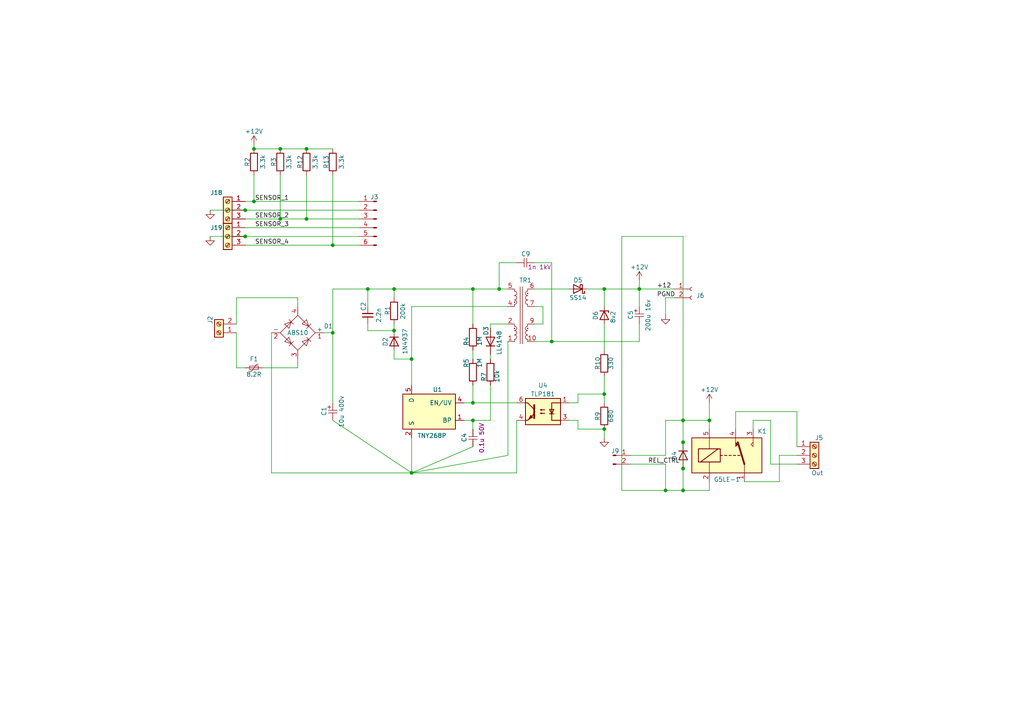
<source format=kicad_sch>
(kicad_sch (version 20230121) (generator eeschema)
  (paper "A4")
  (lib_symbols
    (symbol "Connector:Conn_01x02_Pin" (pin_names (offset 1.016) hide)
      (property "Reference" "J" (at 0 2.54 0))
      (property "Value" "Conn_01x02_Pin" (at 0 -5.08 0))
      (symbol "Conn_01x02_Pin_1_1"
        (polyline (pts (xy 1.27 -2.54) (xy 0.8636 -2.54)) (stroke (width 0.1524)))
        (polyline (pts (xy 1.27 0) (xy 0.8636 0)) (stroke (width 0.1524)))
        (rectangle (start 0.8636 -2.413) (end 0 -2.667) (stroke (width 0.1524)) (fill (type outline)))
        (rectangle (start 0.8636 0.127) (end 0 -0.127) (stroke (width 0.1524)) (fill (type outline)))
        (pin passive line (at 5.08 0 180) (length 3.81) (name "Pin_1") (number "1"))
        (pin passive line (at 5.08 -2.54 180) (length 3.81) (name "Pin_2") (number "2"))
      )
    )
    (symbol "Connector:Conn_01x02_Socket" (pin_names (offset 1.016) hide)
      (property "Reference" "J" (at 0 2.54 0))
      (property "Value" "Conn_01x02_Socket" (at 0 -5.08 0))
      (symbol "Conn_01x02_Socket_1_1"
        (arc (start 0 -2.032) (mid -0.5058 -2.54) (end 0 -3.048) (stroke (width 0.1524)))
        (polyline (pts (xy -1.27 -2.54) (xy -0.508 -2.54)) (stroke (width 0.1524)))
        (polyline (pts (xy -1.27 0) (xy -0.508 0)) (stroke (width 0.1524)))
        (arc (start 0 0.508) (mid -0.5058 0) (end 0 -0.508) (stroke (width 0.1524)))
        (pin passive line (at -5.08 0 0) (length 3.81) (name "Pin_1") (number "1"))
        (pin passive line (at -5.08 -2.54 0) (length 3.81) (name "Pin_2") (number "2"))
      )
    )
    (symbol "Connector:Conn_01x06_Pin" (pin_names (offset 1.016) hide)
      (property "Reference" "J" (at 0 7.62 0))
      (property "Value" "Conn_01x06_Pin" (at 0 -10.16 0))
      (symbol "Conn_01x06_Pin_1_1"
        (polyline (pts (xy 1.27 -7.62) (xy 0.8636 -7.62)) (stroke (width 0.1524)))
        (polyline (pts (xy 1.27 -5.08) (xy 0.8636 -5.08)) (stroke (width 0.1524)))
        (polyline (pts (xy 1.27 -2.54) (xy 0.8636 -2.54)) (stroke (width 0.1524)))
        (polyline (pts (xy 1.27 0) (xy 0.8636 0)) (stroke (width 0.1524)))
        (polyline (pts (xy 1.27 2.54) (xy 0.8636 2.54)) (stroke (width 0.1524)))
        (polyline (pts (xy 1.27 5.08) (xy 0.8636 5.08)) (stroke (width 0.1524)))
        (rectangle (start 0.8636 -7.493) (end 0 -7.747) (stroke (width 0.1524)) (fill (type outline)))
        (rectangle (start 0.8636 -4.953) (end 0 -5.207) (stroke (width 0.1524)) (fill (type outline)))
        (rectangle (start 0.8636 -2.413) (end 0 -2.667) (stroke (width 0.1524)) (fill (type outline)))
        (rectangle (start 0.8636 0.127) (end 0 -0.127) (stroke (width 0.1524)) (fill (type outline)))
        (rectangle (start 0.8636 2.667) (end 0 2.413) (stroke (width 0.1524)) (fill (type outline)))
        (rectangle (start 0.8636 5.207) (end 0 4.953) (stroke (width 0.1524)) (fill (type outline)))
        (pin passive line (at 5.08 5.08 180) (length 3.81) (name "Pin_1") (number "1"))
        (pin passive line (at 5.08 2.54 180) (length 3.81) (name "Pin_2") (number "2"))
        (pin passive line (at 5.08 0 180) (length 3.81) (name "Pin_3") (number "3"))
        (pin passive line (at 5.08 -2.54 180) (length 3.81) (name "Pin_4") (number "4"))
        (pin passive line (at 5.08 -5.08 180) (length 3.81) (name "Pin_5") (number "5"))
        (pin passive line (at 5.08 -7.62 180) (length 3.81) (name "Pin_6") (number "6"))
      )
    )
    (symbol "Connector:Screw_Terminal_01x02" (pin_names (offset 1.016) hide)
      (property "Reference" "J" (at 0 2.54 0))
      (property "Value" "Screw_Terminal_01x02" (at 0 -5.08 0))
      (symbol "Screw_Terminal_01x02_1_1"
        (rectangle (start -1.27 1.27) (end 1.27 -3.81) (stroke (width 0.254)) (fill (type background)))
        (circle (center 0 -2.54) (radius 0.635) (stroke (width 0.1524)))
        (polyline (pts (xy -0.5334 -2.2098) (xy 0.3302 -3.048)) (stroke (width 0.1524)))
        (polyline (pts (xy -0.5334 0.3302) (xy 0.3302 -0.508)) (stroke (width 0.1524)))
        (polyline (pts (xy -0.3556 -2.032) (xy 0.508 -2.8702)) (stroke (width 0.1524)))
        (polyline (pts (xy -0.3556 0.508) (xy 0.508 -0.3302)) (stroke (width 0.1524)))
        (circle (center 0 0) (radius 0.635) (stroke (width 0.1524)))
        (pin passive line (at -5.08 0 0) (length 3.81) (name "Pin_1") (number "1"))
        (pin passive line (at -5.08 -2.54 0) (length 3.81) (name "Pin_2") (number "2"))
      )
    )
    (symbol "Connector:Screw_Terminal_01x03" (pin_names (offset 1.016) hide)
      (property "Reference" "J" (at 0 5.08 0))
      (property "Value" "Screw_Terminal_01x03" (at 0 -5.08 0))
      (symbol "Screw_Terminal_01x03_1_1"
        (rectangle (start -1.27 3.81) (end 1.27 -3.81) (stroke (width 0.254)) (fill (type background)))
        (circle (center 0 -2.54) (radius 0.635) (stroke (width 0.1524)))
        (polyline (pts (xy -0.5334 -2.2098) (xy 0.3302 -3.048)) (stroke (width 0.1524)))
        (polyline (pts (xy -0.5334 0.3302) (xy 0.3302 -0.508)) (stroke (width 0.1524)))
        (polyline (pts (xy -0.5334 2.8702) (xy 0.3302 2.032)) (stroke (width 0.1524)))
        (polyline (pts (xy -0.3556 -2.032) (xy 0.508 -2.8702)) (stroke (width 0.1524)))
        (polyline (pts (xy -0.3556 0.508) (xy 0.508 -0.3302)) (stroke (width 0.1524)))
        (polyline (pts (xy -0.3556 3.048) (xy 0.508 2.2098)) (stroke (width 0.1524)))
        (circle (center 0 0) (radius 0.635) (stroke (width 0.1524)))
        (circle (center 0 2.54) (radius 0.635) (stroke (width 0.1524)))
        (pin passive line (at -5.08 2.54 0) (length 3.81) (name "Pin_1") (number "1"))
        (pin passive line (at -5.08 0 0) (length 3.81) (name "Pin_2") (number "2"))
        (pin passive line (at -5.08 -2.54 0) (length 3.81) (name "Pin_3") (number "3"))
      )
    )
    (symbol "Device:C_Small" (pin_numbers hide) (pin_names (offset 0.254) hide)
      (property "Reference" "C" (at 0.254 1.778 0))
      (property "Value" "C_Small" (at 0.254 -2.032 0))
      (symbol "C_Small_0_1"
        (polyline (pts (xy -1.524 -0.508) (xy 1.524 -0.508)) (stroke (width 0.3302)))
        (polyline (pts (xy -1.524 0.508) (xy 1.524 0.508)) (stroke (width 0.3048)))
      )
      (symbol "C_Small_1_1"
        (pin passive line (at 0 2.54 270) (length 2.032) (name "~") (number "1"))
        (pin passive line (at 0 -2.54 90) (length 2.032) (name "~") (number "2"))
      )
    )
    (symbol "Device:D_Zener" (pin_numbers hide) (pin_names (offset 1.016) hide)
      (property "Reference" "D6" (at -0.635 2.54 90))
      (property "Value" "D_Zener" (at 1.905 2.54 90))
      (symbol "D_Zener_0_1"
        (polyline (pts (xy 2.54 0) (xy -2.54 0)))
        (polyline (pts (xy -1.27 -1.27) (xy -1.27 1.27) (xy -0.762 1.27)) (stroke (width 0.254)))
        (polyline (pts (xy 1.27 -1.27) (xy 1.27 1.27) (xy -1.27 0) (xy 1.27 -1.27)) (stroke (width 0.254)))
      )
      (symbol "D_Zener_1_1"
        (pin passive line (at -2.54 0 0) (length 0.635) (name "K") (number "1"))
        (pin passive line (at 2.54 0 180) (length 0.635) (name "A") (number "2"))
      )
    )
    (symbol "Device:Polyfuse_Small" (pin_numbers hide) (pin_names (offset 0))
      (property "Reference" "F" (at -1.905 0 90))
      (property "Value" "Polyfuse_Small" (at 1.905 0 90))
      (symbol "Polyfuse_Small_0_1"
        (rectangle (start -0.508 1.27) (end 0.508 -1.27))
        (polyline (pts (xy 0 2.54) (xy 0 -2.54)))
        (polyline (pts (xy -1.016 1.27) (xy -1.016 0.762) (xy 1.016 -0.762) (xy 1.016 -1.27)))
      )
      (symbol "Polyfuse_Small_1_1"
        (pin passive line (at 0 2.54 270) (length 0.635) (name "~") (number "1"))
        (pin passive line (at 0 -2.54 90) (length 0.635) (name "~") (number "2"))
      )
    )
    (symbol "Device:R" (pin_numbers hide) (pin_names (offset 0))
      (property "Reference" "R" (at 2.032 0 90))
      (property "Value" "R" (at 0 0 90))
      (symbol "R_0_1"
        (rectangle (start -1.016 -2.54) (end 1.016 2.54) (stroke (width 0.254)))
      )
      (symbol "R_1_1"
        (pin passive line (at 0 3.81 270) (length 1.27) (name "~") (number "1"))
        (pin passive line (at 0 -3.81 90) (length 1.27) (name "~") (number "2"))
      )
    )
    (symbol "Diode:LL4148" (pin_numbers hide) (pin_names hide)
      (property "Reference" "D" (at 0 2.54 0))
      (property "Value" "LL4148" (at 0 -2.54 0))
      (symbol "LL4148_0_1"
        (polyline (pts (xy -1.27 1.27) (xy -1.27 -1.27)) (stroke (width 0.254)))
        (polyline (pts (xy 1.27 0) (xy -1.27 0)))
        (polyline (pts (xy 1.27 1.27) (xy 1.27 -1.27) (xy -1.27 0) (xy 1.27 1.27)) (stroke (width 0.254)))
      )
      (symbol "LL4148_1_1"
        (pin passive line (at -3.81 0 0) (length 2.54) (name "K") (number "1"))
        (pin passive line (at 3.81 0 180) (length 2.54) (name "A") (number "2"))
      )
    )
    (symbol "Diode:MMSD4148" (pin_numbers hide) (pin_names hide)
      (property "Reference" "D" (at 0 2.54 0))
      (property "Value" "MMSD4148" (at 0 -2.54 0))
      (symbol "MMSD4148_0_1"
        (polyline (pts (xy -1.27 1.27) (xy -1.27 -1.27)) (stroke (width 0.254)))
        (polyline (pts (xy 1.27 0) (xy -1.27 0)))
        (polyline (pts (xy 1.27 1.27) (xy 1.27 -1.27) (xy -1.27 0) (xy 1.27 1.27)) (stroke (width 0.254)))
      )
      (symbol "MMSD4148_1_1"
        (pin passive line (at -3.81 0 0) (length 2.54) (name "K") (number "1"))
        (pin passive line (at 3.81 0 180) (length 2.54) (name "A") (number "2"))
      )
    )
    (symbol "Diode_Bridge:ABS10" (pin_names (offset 0))
      (property "Reference" "D" (at 2.54 6.985 0))
      (property "Value" "ABS10" (at 2.54 5.08 0))
      (symbol "ABS10_0_1"
        (polyline (pts (xy -2.54 3.81) (xy -1.27 2.54)))
        (polyline (pts (xy -1.27 -2.54) (xy -2.54 -3.81)))
        (polyline (pts (xy 2.54 -1.27) (xy 3.81 -2.54)))
        (polyline (pts (xy 2.54 1.27) (xy 3.81 2.54)))
        (polyline (pts (xy -3.81 2.54) (xy -2.54 1.27) (xy -1.905 3.175) (xy -3.81 2.54)))
        (polyline (pts (xy -2.54 -1.27) (xy -3.81 -2.54) (xy -1.905 -3.175) (xy -2.54 -1.27)))
        (polyline (pts (xy 1.27 2.54) (xy 2.54 3.81) (xy 3.175 1.905) (xy 1.27 2.54)))
        (polyline (pts (xy 3.175 -1.905) (xy 1.27 -2.54) (xy 2.54 -3.81) (xy 3.175 -1.905)))
        (polyline (pts (xy -5.08 0) (xy 0 -5.08) (xy 5.08 0) (xy 0 5.08) (xy -5.08 0)))
      )
      (symbol "ABS10_1_1"
        (pin passive line (at 7.62 0 180) (length 2.54) (name "+") (number "1"))
        (pin passive line (at -7.62 0 0) (length 2.54) (name "-") (number "2"))
        (pin passive line (at 0 -7.62 90) (length 2.54) (name "~") (number "3"))
        (pin passive line (at 0 7.62 270) (length 2.54) (name "~") (number "4"))
      )
    )
    (symbol "Isolator:TLP185"
      (property "Reference" "U" (at -5.08 5.08 0))
      (property "Value" "TLP185" (at -5.08 -5.08 0))
      (symbol "TLP185_0_1"
        (rectangle (start -5.08 3.81) (end 5.08 -3.81) (stroke (width 0.254)) (fill (type background)))
        (polyline (pts (xy -3.175 -0.635) (xy -1.905 -0.635)) (stroke (width 0.254)))
        (polyline (pts (xy 2.54 1.905) (xy 2.54 -1.905) (xy 2.54 -1.905)) (stroke (width 0.508)))
        (polyline (pts (xy 5.08 -2.54) (xy 4.445 -2.54) (xy 2.54 -0.635)) (stroke (width 0.254)))
        (polyline (pts (xy 5.08 2.54) (xy 4.445 2.54) (xy 2.54 0.635)) (stroke (width 0.254)))
        (polyline (pts (xy -5.08 -2.54) (xy -2.54 -2.54) (xy -2.54 2.54) (xy -5.08 2.54)) (stroke (width 0.254)))
        (polyline (pts (xy -2.54 -0.635) (xy -3.175 0.635) (xy -1.905 0.635) (xy -2.54 -0.635)) (stroke (width 0.254)))
        (polyline (pts (xy -0.508 -0.508) (xy 0.762 -0.508) (xy 0.381 -0.635) (xy 0.381 -0.381) (xy 0.762 -0.508)) (stroke (width 0.254)))
        (polyline (pts (xy -0.508 0.508) (xy 0.762 0.508) (xy 0.381 0.381) (xy 0.381 0.635) (xy 0.762 0.508)) (stroke (width 0.254)))
        (polyline (pts (xy 3.048 -1.651) (xy 3.556 -1.143) (xy 4.064 -2.159) (xy 3.048 -1.651) (xy 3.048 -1.651)) (stroke (width 0.254)) (fill (type outline)))
      )
      (symbol "TLP185_1_1"
        (pin passive line (at -7.62 2.54 0) (length 2.54) (name "~") (number "1"))
        (pin passive line (at -7.62 -2.54 0) (length 2.54) (name "~") (number "3"))
        (pin passive line (at 7.62 -2.54 180) (length 2.54) (name "~") (number "4"))
        (pin passive line (at 7.62 2.54 180) (length 2.54) (name "~") (number "6"))
      )
    )
    (symbol "Regulator_Switching:TNY268P" (pin_names (offset 1.016))
      (property "Reference" "U" (at 0 8.89 0))
      (property "Value" "TNY268P" (at 0 6.35 0))
      (symbol "TNY268P_0_1"
        (rectangle (start -7.62 5.08) (end 7.62 -5.08) (stroke (width 0.254)) (fill (type background)))
      )
      (symbol "TNY268P_1_1"
        (pin input line (at 10.16 -2.54 180) (length 2.54) (name "BP") (number "1"))
        (pin power_in line (at -5.08 -7.62 90) (length 2.54) (name "S") (number "2"))
        (pin passive line (at -5.08 -7.62 90) (length 2.54) hide (name "S") (number "3"))
        (pin input line (at 10.16 2.54 180) (length 2.54) (name "EN/UV") (number "4"))
        (pin open_collector line (at -5.08 7.62 270) (length 2.54) (name "D") (number "5"))
        (pin passive line (at -5.08 -7.62 90) (length 2.54) hide (name "S") (number "7"))
        (pin passive line (at -5.08 -7.62 90) (length 2.54) hide (name "S") (number "8"))
      )
    )
    (symbol "Relay:G5LE-1"
      (property "Reference" "K" (at 11.43 3.81 0))
      (property "Value" "G5LE-1" (at 11.43 1.27 0))
      (symbol "G5LE-1_0_0"
        (polyline (pts (xy 7.62 5.08) (xy 7.62 2.54) (xy 6.985 3.175) (xy 7.62 3.81)))
      )
      (symbol "G5LE-1_0_1"
        (rectangle (start -10.16 5.08) (end 10.16 -5.08) (stroke (width 0.254)) (fill (type background)))
        (rectangle (start -8.255 1.905) (end -1.905 -1.905) (stroke (width 0.254)))
        (polyline (pts (xy -7.62 -1.905) (xy -2.54 1.905)) (stroke (width 0.254)))
        (polyline (pts (xy -5.08 -5.08) (xy -5.08 -1.905)))
        (polyline (pts (xy -5.08 5.08) (xy -5.08 1.905)))
        (polyline (pts (xy -1.905 0) (xy -1.27 0)) (stroke (width 0.254)))
        (polyline (pts (xy -0.635 0) (xy 0 0)) (stroke (width 0.254)))
        (polyline (pts (xy 0.635 0) (xy 1.27 0)) (stroke (width 0.254)))
        (polyline (pts (xy 1.905 0) (xy 2.54 0)) (stroke (width 0.254)))
        (polyline (pts (xy 3.175 0) (xy 3.81 0)) (stroke (width 0.254)))
        (polyline (pts (xy 5.08 -2.54) (xy 3.175 3.81)) (stroke (width 0.508)))
        (polyline (pts (xy 5.08 -2.54) (xy 5.08 -5.08)))
        (polyline (pts (xy 2.54 5.08) (xy 2.54 2.54) (xy 3.175 3.175) (xy 2.54 3.81)) (fill (type outline)))
      )
      (symbol "G5LE-1_1_1"
        (pin passive line (at 5.08 -7.62 90) (length 2.54) (name "~") (number "1"))
        (pin passive line (at -5.08 -7.62 90) (length 2.54) (name "~") (number "2"))
        (pin passive line (at 7.62 7.62 270) (length 2.54) (name "~") (number "3"))
        (pin passive line (at 2.54 7.62 270) (length 2.54) (name "~") (number "4"))
        (pin passive line (at -5.08 7.62 270) (length 2.54) (name "~") (number "5"))
      )
    )
    (symbol "power:+12V" (power) (pin_names (offset 0))
      (property "Value" "+12V" (at 0 3.556 0))
      (symbol "+12V_0_1"
        (polyline (pts (xy -0.762 1.27) (xy 0 2.54)))
        (polyline (pts (xy 0 0) (xy 0 2.54)))
        (polyline (pts (xy 0 2.54) (xy 0.762 1.27)))
      )
      (symbol "+12V_1_1"
        (pin power_in line (at 0 0 90) (length 0) hide (name "+12V") (number "1"))
      )
    )
    (symbol "power:GND" (power) (pin_names (offset 0))
      (property "Value" "GND" (at 0 -3.81 0))
      (symbol "GND_0_1"
        (polyline (pts (xy 0 0) (xy 0 -1.27) (xy 1.27 -1.27) (xy 0 -2.54) (xy -1.27 -1.27) (xy 0 -1.27)))
      )
      (symbol "GND_1_1"
        (pin power_in line (at 0 0 270) (length 0) hide (name "GND") (number "1"))
      )
    )
    (symbol "stopwater:1N4937" (pin_numbers hide) (pin_names hide)
      (property "Reference" "D3" (at 0 -5.08 0))
      (property "Value" "1N4007" (at 0 -2.54 0))
      (symbol "1N4937_0_1"
        (polyline (pts (xy -1.27 1.27) (xy -1.27 -1.27)) (stroke (width 0.254)))
        (polyline (pts (xy 1.27 0) (xy -1.27 0)))
        (polyline (pts (xy 1.27 1.27) (xy 1.27 -1.27) (xy -1.27 0) (xy 1.27 1.27)) (stroke (width 0.254)))
      )
      (symbol "1N4937_1_1"
        (pin passive line (at -2.54 0 0) (length 2.54) (name "K") (number "1"))
        (pin passive line (at 2.54 0 180) (length 2.54) (name "A") (number "2"))
      )
    )
    (symbol "stopwater:1N5819" (pin_numbers hide) (pin_names hide)
      (property "Reference" "D4" (at -0.3175 -5.08 0))
      (property "Value" "1N5819" (at -0.3175 -2.54 0))
      (symbol "1N5819_0_1"
        (polyline (pts (xy 1.27 0) (xy -1.27 0)))
        (polyline (pts (xy 1.27 1.27) (xy 1.27 -1.27) (xy -1.27 0) (xy 1.27 1.27)) (stroke (width 0.254)))
        (polyline (pts (xy -1.905 0.635) (xy -1.905 1.27) (xy -1.27 1.27) (xy -1.27 -1.27) (xy -0.635 -1.27) (xy -0.635 -0.635)) (stroke (width 0.254)))
      )
      (symbol "1N5819_1_1"
        (pin passive line (at -2.54 0 0) (length 2.54) (name "K") (number "1"))
        (pin passive line (at 2.54 0 180) (length 2.54) (name "A") (number "2"))
      )
    )
    (symbol "stopwater:C" (pin_numbers hide) (pin_names (offset 0.254) hide)
      (property "Reference" "C8" (at -2.54 -1.27 90))
      (property "Value_1" "0.1u" (at 2.54 0 90))
      (symbol "C_0_1"
        (polyline (pts (xy -1.27 0.381) (xy 1.27 0.381)))
        (polyline (pts (xy 0 -0.381) (xy 0 -0.635)))
        (polyline (pts (xy 0 0.381) (xy 0 0.635)))
        (polyline (pts (xy 1.27 -0.381) (xy -1.27 -0.381)))
      )
      (symbol "C_1_1"
        (pin passive line (at 0 2.54 270) (length 1.8542) (name "plus") (number "1"))
        (pin passive line (at 0 -2.54 90) (length 1.8542) (name "minus") (number "2"))
      )
    )
    (symbol "stopwater:C_Polarized_Small" (pin_numbers hide) (pin_names (offset 0.254) hide)
      (property "Reference" "C7" (at 2.54 1.1811 0))
      (property "Value" "C_Polarized_Small" (at 2.54 -1.3589 0))
      (symbol "C_Polarized_Small_0_1"
        (polyline (pts (xy -1.27 0.381) (xy 1.27 0.381)))
        (polyline (pts (xy 0 -0.381) (xy 0 -0.635)))
        (polyline (pts (xy 0 0.381) (xy 0 0.635)))
        (polyline (pts (xy 1.27 -0.381) (xy -1.27 -0.381)))
      )
      (symbol "C_Polarized_Small_1_1"
        (text "+" (at -1.016 1.397 0) (effects (font (size 1.27 1.27))))
        (pin passive line (at 0 2.54 270) (length 1.8542) (name "plus") (number "1"))
        (pin passive line (at 0 -2.54 90) (length 1.8542) (name "minus") (number "2"))
      )
    )
    (symbol "stopwater:FAT_74082"
      (property "Reference" "TR1" (at -2.54 17.78 0))
      (symbol "FAT_74082_0_1"
        (circle (center -5.715 3.81) (radius 0.127))
        (circle (center -5.715 11.43) (radius 0.127))
        (circle (center -1.905 3.81) (radius 0.127))
        (circle (center -1.905 13.97) (radius 0.127))
      )
      (symbol "FAT_74082_1_1"
        (arc (start -5.6991 0.635) (mid -5.0798 1.27) (end -5.6991 1.905))
        (arc (start -5.699 3.175) (mid -5.0798 3.81) (end -5.699 4.445))
        (arc (start -5.6991 10.795) (mid -5.0798 11.43) (end -5.6991 12.065))
        (arc (start -5.699 13.335) (mid -5.0798 13.97) (end -5.699 14.605))
        (arc (start -5.6831 1.905) (mid -5.0639 2.54) (end -5.6831 3.175))
        (arc (start -5.6831 12.065) (mid -5.0639 12.7) (end -5.6831 13.335))
        (arc (start -1.9209 1.905) (mid -2.5402 1.27) (end -1.9209 0.635))
        (arc (start -1.921 3.175) (mid -2.5402 2.54) (end -1.921 1.905))
        (arc (start -1.921 4.445) (mid -2.5402 3.81) (end -1.921 3.175))
        (arc (start -1.9209 12.065) (mid -2.5402 11.43) (end -1.9209 10.795))
        (arc (start -1.921 13.335) (mid -2.5402 12.7) (end -1.921 12.065))
        (arc (start -1.921 14.605) (mid -2.5402 13.97) (end -1.921 13.335))
        (polyline (pts (xy -4.064 15.875) (xy -4.064 -0.635)))
        (polyline (pts (xy -3.429 -0.635) (xy -3.429 15.875)))
        (polyline (pts (xy -6.35 5.08) (xy -5.715 5.08) (xy -5.715 4.445)))
        (polyline (pts (xy -6.35 15.24) (xy -5.715 15.24) (xy -5.715 14.605)))
        (polyline (pts (xy -5.715 0.635) (xy -5.715 0) (xy -6.35 0)))
        (polyline (pts (xy -5.715 10.795) (xy -5.715 10.16) (xy -6.35 10.16)))
        (polyline (pts (xy -1.905 0.635) (xy -1.905 0) (xy -1.27 0)))
        (polyline (pts (xy -1.905 4.445) (xy -1.905 5.08) (xy -1.27 5.08)))
        (polyline (pts (xy -1.905 10.795) (xy -1.905 10.16) (xy -1.27 10.16)))
        (polyline (pts (xy -1.905 14.605) (xy -1.905 15.24) (xy -1.27 15.24)))
        (pin passive line (at -7.62 0 0) (length 1.27) (name "~") (number "1"))
        (pin passive line (at 0 0 180) (length 1.27) (name "~") (number "10"))
        (pin passive line (at -7.62 5.08 0) (length 1.27) (name "~") (number "2"))
        (pin passive line (at -7.62 10.16 0) (length 1.27) (name "~") (number "4"))
        (pin passive line (at -7.62 15.24 0) (length 1.27) (name "~") (number "5"))
        (pin passive line (at 0 15.24 180) (length 1.27) (name "~") (number "6"))
        (pin passive line (at 0 10.16 180) (length 1.27) (name "~") (number "7"))
        (pin no_connect line (at 0 7.62 180) (length 2.54) hide (name "~") (number "8"))
        (pin passive line (at 0 5.08 180) (length 1.27) (name "~") (number "9"))
      )
    )
  )
  (junction (at 198.12 128.27))
  (junction (at 119.38 137.16))
  (junction (at 81.28 43.18))
  (junction (at 96.52 71.12))
  (junction (at 137.16 116.84))
  (junction (at 175.26 124.46))
  (junction (at 198.12 121.92))
  (junction (at 137.16 83.82))
  (junction (at 88.9 63.5))
  (junction (at 175.26 83.82))
  (junction (at 175.26 114.3))
  (junction (at 137.16 121.92))
  (junction (at 73.66 43.18))
  (junction (at 198.12 142.24))
  (junction (at 114.3 95.885))
  (junction (at 106.68 83.82))
  (junction (at 160.02 99.06))
  (junction (at 119.38 104.14))
  (junction (at 88.9 43.18))
  (junction (at 193.04 142.24))
  (junction (at 144.78 83.82))
  (junction (at 96.52 96.52))
  (junction (at 73.66 58.42))
  (junction (at 71.12 60.96))
  (junction (at 205.74 121.92))
  (junction (at 198.12 135.89))
  (junction (at 81.28 63.5))
  (junction (at 71.12 68.58))
  (junction (at 114.3 83.82))
  (junction (at 185.42 83.82))
  (wire (pts (xy 198.12 135.89) (xy 198.12 128.27)))
  (wire (pts (xy 119.38 137.16) (xy 119.38 127)))
  (wire (pts (xy 106.68 93.98) (xy 106.68 95.885)))
  (wire (pts (xy 198.12 68.58) (xy 180.34 68.58)))
  (wire (pts (xy 106.68 88.9) (xy 106.68 83.82)))
  (wire (pts (xy 175.26 93.98) (xy 175.26 101.6)))
  (wire (pts (xy 137.16 83.82) (xy 137.16 93.98)))
  (wire (pts (xy 104.14 71.12) (xy 96.52 71.12)))
  (wire (pts (xy 144.78 83.82) (xy 147.32 83.82)))
  (wire (pts (xy 182.88 132.08) (xy 193.04 132.08)))
  (wire (pts (xy 231.14 132.08) (xy 226.06 132.08)))
  (wire (pts (xy 198.12 121.92) (xy 198.12 128.27)))
  (wire (pts (xy 134.62 116.84) (xy 137.16 116.84)))
  (wire (pts (xy 119.38 137.16) (xy 149.86 137.16)))
  (wire (pts (xy 231.14 129.54) (xy 231.14 119.38)))
  (wire (pts (xy 160.02 99.06) (xy 185.42 99.06)))
  (wire (pts (xy 175.26 124.46) (xy 167.64 124.46)))
  (wire (pts (xy 157.48 93.98) (xy 157.48 88.9)))
  (wire (pts (xy 142.24 102.87) (xy 142.24 104.14)))
  (wire (pts (xy 218.44 121.92) (xy 223.52 121.92)))
  (wire (pts (xy 149.86 121.92) (xy 149.86 137.16)))
  (wire (pts (xy 218.44 121.92) (xy 218.44 124.46)))
  (wire (pts (xy 142.24 111.76) (xy 142.24 121.92)))
  (wire (pts (xy 137.16 101.6) (xy 137.16 104.14)))
  (wire (pts (xy 81.28 50.8) (xy 81.28 63.5)))
  (wire (pts (xy 114.3 83.82) (xy 137.16 83.82)))
  (wire (pts (xy 154.94 93.98) (xy 157.48 93.98)))
  (wire (pts (xy 142.24 93.98) (xy 147.32 93.98)))
  (wire (pts (xy 134.62 121.92) (xy 137.16 121.92)))
  (wire (pts (xy 137.16 121.92) (xy 137.16 124.46)))
  (wire (pts (xy 193.04 142.24) (xy 198.12 142.24)))
  (wire (pts (xy 81.28 63.5) (xy 71.12 63.5)))
  (wire (pts (xy 198.12 121.92) (xy 198.12 68.58)))
  (wire (pts (xy 96.52 121.92) (xy 119.38 137.16)))
  (wire (pts (xy 114.3 96.52) (xy 114.3 95.885)))
  (wire (pts (xy 167.64 116.84) (xy 165.1 116.84)))
  (wire (pts (xy 154.94 99.06) (xy 160.02 99.06)))
  (wire (pts (xy 193.04 121.92) (xy 193.04 132.08)))
  (wire (pts (xy 170.18 83.82) (xy 175.26 83.82)))
  (wire (pts (xy 175.26 114.3) (xy 167.64 114.3)))
  (wire (pts (xy 226.06 132.08) (xy 226.06 139.7)))
  (wire (pts (xy 223.52 134.62) (xy 231.14 134.62)))
  (wire (pts (xy 195.58 86.36) (xy 193.04 86.36)))
  (wire (pts (xy 96.52 96.52) (xy 93.98 96.52)))
  (wire (pts (xy 96.52 83.82) (xy 106.68 83.82)))
  (wire (pts (xy 142.24 93.98) (xy 142.24 95.25)))
  (wire (pts (xy 175.26 116.84) (xy 175.26 114.3)))
  (wire (pts (xy 175.26 88.9) (xy 175.26 83.82)))
  (wire (pts (xy 88.9 43.18) (xy 96.52 43.18)))
  (wire (pts (xy 60.96 68.58) (xy 71.12 68.58)))
  (wire (pts (xy 154.94 83.82) (xy 165.1 83.82)))
  (wire (pts (xy 106.68 95.885) (xy 114.3 95.885)))
  (wire (pts (xy 144.78 76.2) (xy 144.78 83.82)))
  (wire (pts (xy 73.66 50.8) (xy 73.66 58.42)))
  (wire (pts (xy 205.74 121.92) (xy 198.12 121.92)))
  (wire (pts (xy 175.26 83.82) (xy 185.42 83.82)))
  (wire (pts (xy 119.38 88.9) (xy 119.38 104.14)))
  (wire (pts (xy 137.16 111.76) (xy 137.16 116.84)))
  (wire (pts (xy 185.42 83.82) (xy 185.42 88.9)))
  (wire (pts (xy 205.74 124.46) (xy 205.74 121.92)))
  (wire (pts (xy 231.14 119.38) (xy 213.36 119.38)))
  (wire (pts (xy 114.3 95.885) (xy 114.3 93.98)))
  (wire (pts (xy 198.12 135.89) (xy 198.12 142.24)))
  (wire (pts (xy 86.36 106.68) (xy 76.2 106.68)))
  (wire (pts (xy 73.66 58.42) (xy 71.12 58.42)))
  (wire (pts (xy 195.58 83.82) (xy 185.42 83.82)))
  (wire (pts (xy 68.58 106.68) (xy 68.58 96.52)))
  (wire (pts (xy 96.52 96.52) (xy 96.52 83.82)))
  (wire (pts (xy 119.38 137.16) (xy 137.16 129.54)))
  (wire (pts (xy 154.94 88.9) (xy 157.48 88.9)))
  (wire (pts (xy 96.52 50.8) (xy 96.52 71.12)))
  (wire (pts (xy 96.52 71.12) (xy 71.12 71.12)))
  (wire (pts (xy 149.86 76.2) (xy 144.78 76.2)))
  (wire (pts (xy 86.36 104.14) (xy 86.36 106.68)))
  (wire (pts (xy 78.74 137.16) (xy 119.38 137.16)))
  (wire (pts (xy 114.3 101.6) (xy 114.3 104.14)))
  (wire (pts (xy 73.66 43.18) (xy 81.28 43.18)))
  (wire (pts (xy 147.32 99.06) (xy 147.32 132.08)))
  (wire (pts (xy 205.74 139.7) (xy 205.74 142.24)))
  (wire (pts (xy 71.12 106.68) (xy 68.58 106.68)))
  (wire (pts (xy 104.14 60.96) (xy 71.12 60.96)))
  (wire (pts (xy 137.16 83.82) (xy 144.78 83.82)))
  (wire (pts (xy 81.28 43.18) (xy 88.9 43.18)))
  (wire (pts (xy 205.74 116.84) (xy 205.74 121.92)))
  (wire (pts (xy 167.64 124.46) (xy 167.64 121.92)))
  (wire (pts (xy 193.04 121.92) (xy 198.12 121.92)))
  (wire (pts (xy 185.42 81.28) (xy 185.42 83.82)))
  (wire (pts (xy 78.74 96.52) (xy 78.74 137.16)))
  (wire (pts (xy 223.52 121.92) (xy 223.52 134.62)))
  (wire (pts (xy 147.32 88.9) (xy 119.38 88.9)))
  (wire (pts (xy 160.02 76.2) (xy 160.02 99.06)))
  (wire (pts (xy 104.14 66.04) (xy 71.12 66.04)))
  (wire (pts (xy 142.24 121.92) (xy 137.16 121.92)))
  (wire (pts (xy 167.64 114.3) (xy 167.64 116.84)))
  (wire (pts (xy 198.12 142.24) (xy 205.74 142.24)))
  (wire (pts (xy 86.36 88.9) (xy 86.36 86.36)))
  (wire (pts (xy 114.3 83.82) (xy 114.3 86.36)))
  (wire (pts (xy 180.34 142.24) (xy 180.34 68.58)))
  (wire (pts (xy 182.88 134.62) (xy 193.04 134.62)))
  (wire (pts (xy 88.9 50.8) (xy 88.9 63.5)))
  (wire (pts (xy 215.9 139.7) (xy 226.06 139.7)))
  (wire (pts (xy 104.14 68.58) (xy 71.12 68.58)))
  (wire (pts (xy 96.52 96.52) (xy 96.52 116.84)))
  (wire (pts (xy 175.26 127) (xy 175.26 124.46)))
  (wire (pts (xy 147.32 132.08) (xy 119.38 137.16)))
  (wire (pts (xy 73.66 41.91) (xy 73.66 43.18)))
  (wire (pts (xy 68.58 86.36) (xy 68.58 93.98)))
  (wire (pts (xy 165.1 121.92) (xy 167.64 121.92)))
  (wire (pts (xy 180.34 142.24) (xy 193.04 142.24)))
  (wire (pts (xy 154.94 76.2) (xy 160.02 76.2)))
  (wire (pts (xy 104.14 58.42) (xy 73.66 58.42)))
  (wire (pts (xy 114.3 104.14) (xy 119.38 104.14)))
  (wire (pts (xy 175.26 109.22) (xy 175.26 114.3)))
  (wire (pts (xy 86.36 86.36) (xy 68.58 86.36)))
  (wire (pts (xy 106.68 83.82) (xy 114.3 83.82)))
  (wire (pts (xy 60.96 60.96) (xy 71.12 60.96)))
  (wire (pts (xy 185.42 93.98) (xy 185.42 99.06)))
  (wire (pts (xy 213.36 119.38) (xy 213.36 124.46)))
  (wire (pts (xy 104.14 63.5) (xy 88.9 63.5)))
  (wire (pts (xy 137.16 116.84) (xy 149.86 116.84)))
  (wire (pts (xy 88.9 63.5) (xy 81.28 63.5)))
  (wire (pts (xy 193.04 86.36) (xy 193.04 91.44)))
  (wire (pts (xy 119.38 104.14) (xy 119.38 111.76)))
  (wire (pts (xy 193.04 134.62) (xy 193.04 142.24)))
  (label "SENSOR_3" (at 83.82 66.04 180))
  (label "REL_CTRL" (at 187.96 134.62 0))
  (label "SENSOR_4" (at 83.82 71.12 180))
  (label "SENSOR_2" (at 83.82 63.5 180))
  (label "SENSOR_1" (at 83.82 58.42 180))
  (label "+12" (at 190.5 83.82 0))
  (label "PGND" (at 190.5 86.36 0))
  (symbol (lib_id "Device:Polyfuse_Small") (at 73.66 106.68 90) (unit 1)
    (property "Reference" "F1" (at 73.66 104.14 90))
    (property "Value" "Polyfuse_Small" (effects hide))
    (property "Footprint" "Fuse:Fuse_BelFuse_0ZRE0005FF_L8.3mm_W3.8mm" (effects hide))
    (property "Value" "8.2R" (at 73.66 108.585 90))
  )
  (symbol (lib_id "Device:R") (at 175.26 105.41 180) (unit 1)
    (property "Reference" "R10" (at 173.355 107.315 90) (effects (justify right)))
    (property "Value" "330" (at 177.165 107.315 90) (effects (justify right)))
    (property "Footprint" "Resistor_SMD:R_0805_2012Metric" (effects hide))
    (instances (project "stopwater" (path "" (reference "R10") (unit 1)) (path "" (reference "R12") (unit 1))))
  )
  (symbol (lib_id "Device:C_Small") (at 106.68 91.44 180) (unit 1)
    (property "Reference" "C2" (at 105.41 88.9 90))
    (property "Value" "2.2n" (at 109.855 91.44 90))
    (property "Footprint" "Capacitor_THT:C_Axial_L5.1mm_D3.1mm_P7.50mm_Horizontal" (effects hide))
  )
  (symbol (lib_id "power:GND") (at 175.26 127 0) (mirror y) (unit 1)
    (property "Reference" "#PWR016" (effects hide))
    (property "Value" "GND" (effects hide))
    (instances (project "stopwater" (path "" (reference "#PWR016") (unit 1)) (path "" (reference "#PWR014") (unit 1))))
  )
  (symbol (lib_id "stopwater:FAT_74082") (at 154.94 99.06 0) (unit 1)
    (property "Reference" "TR1" (at 152.4 81.28 0))
    (property "Value" "FAT_74082" (effects hide))
    (property "Footprint" "stopwater:FAT_74082" (effects hide))
  )
  (symbol (lib_id "stopwater:C_Polarized_Small") (at 96.52 119.38 0) (unit 1)
    (property "Reference" "C1" (at 93.98 120.65 90) (effects (justify left)))
    (property "Value" "C_Polarized_Small" (effects hide))
    (property "Footprint" "Capacitor_THT:CP_Radial_D10.0mm_P5.00mm" (effects hide))
    (property "Value" "10u 400v" (at 99.06 119.38 90))
  )
  (symbol (lib_id "Isolator:TLP185") (at 157.48 119.38 0) (mirror y) (unit 1)
    (property "Reference" "U4" (at 157.48 111.76 0))
    (property "Value" "TLP181" (at 157.48 114.3 0))
    (property "Footprint" "Package_SO:SOIC-4_4.55x3.7mm_P2.54mm" (effects hide))
    (property "Datasheet" "https://toshiba.semicon-storage.com/info/docget.jsp?did=11791&prodName=TLP185" (effects hide))
    (instances (project "stopwater" (path "" (reference "U4") (unit 1)) (path "" (reference "U3") (unit 1))))
  )
  (symbol (lib_id "Connector:Screw_Terminal_01x02") (at 63.5 96.52 180) (unit 1)
    (property "Reference" "J2" (at 60.96 93.98 90) (effects (justify right)))
    (property "Value" "~220" (effects hide))
    (property "Footprint" "TerminalBlock_MetzConnect:TerminalBlock_MetzConnect_Type011_RT05502HBWC_1x02_P5.00mm_Horizontal" (effects hide))
  )
  (symbol (lib_id "Relay:G5LE-1") (at 210.82 132.08 0) (unit 1)
    (property "Reference" "K1" (at 219.71 125.095 0) (effects (justify left)))
    (property "Value" "G5LE-1" (at 207.01 139.065 0) (effects (justify left)))
    (property "Footprint" "Relay_THT:Relay_SPDT_Omron-G5LE-1" (effects hide))
    (property "Datasheet" "http://www.omron.com/ecb/products/pdf/en-g5le.pdf" (effects hide))
  )
  (symbol (lib_id "Diode:LL4148") (at 142.24 99.06 90) (unit 1)
    (property "Reference" "D3" (at 140.97 94.615 0) (effects (justify right)))
    (property "Value" "LL4148" (at 144.78 95.885 0) (effects (justify right)))
    (property "Footprint" "Diode_SMD:D_MiniMELF" (effects hide))
    (property "Datasheet" "http://www.vishay.com/docs/85557/ll4148.pdf" (effects hide))
    (property "Sim.Device" "D" (effects hide))
    (property "Sim.Pins" "1=K 2=A" (effects hide))
  )
  (symbol (lib_id "Device:R") (at 142.24 107.95 0) (unit 1)
    (property "Reference" "R7" (at 140.335 107.95 90) (effects (justify right)))
    (property "Value" "10k" (at 144.145 107.315 90) (effects (justify right)))
    (property "Footprint" "Resistor_SMD:R_0805_2012Metric" (effects hide))
    (instances (project "stopwater" (path "" (reference "R7") (unit 1)) (path "" (reference "R10") (unit 1))))
  )
  (symbol (lib_id "power:+12V") (at 185.42 81.28 0) (unit 1)
    (property "Reference" "#PWR010" (effects hide))
    (property "Value" "+12V" (at 185.42 77.47 0))
    (instances (project "stopwater" (path "" (reference "#PWR010") (unit 1)) (path "" (reference "#PWR016") (unit 1))))
  )
  (symbol (lib_id "Device:R") (at 81.28 46.99 0) (unit 1)
    (property "Reference" "R3" (at 79.375 46.99 90))
    (property "Value" "3.3k" (at 83.82 46.99 90))
    (property "Footprint" "Resistor_SMD:R_0603_1608Metric" (effects hide))
    (instances (project "stopwater" (path "" (reference "R3") (unit 1)) (path "" (reference "R2") (unit 1))))
  )
  (symbol (lib_id "Diode:MMSD4148") (at 198.12 132.08 270) (unit 1)
    (property "Reference" "D4" (at 195.58 130.81 0) (effects (justify left)))
    (property "Value" "MMSD4148" (effects hide))
    (property "Footprint" "Diode_SMD:D_SOD-123" (effects hide))
    (property "Datasheet" "https://www.onsemi.com/pub/Collateral/MMSD4148T1-D.PDF" (effects hide))
    (property "Sim.Device" "D" (effects hide))
    (property "Sim.Pins" "1=K 2=A" (effects hide))
    (instances (project "stopwater" (path "" (reference "D4") (unit 1)) (path "" (reference "D6") (unit 1))))
  )
  (symbol (lib_id "power:GND") (at 60.96 60.96 0) (unit 1)
    (property "Reference" "#PWR022" (effects hide))
    (property "Value" "GND" (effects hide))
    (instances (project "stopwater" (path "" (reference "#PWR022") (unit 1)) (path "" (reference "#PWR08") (unit 1))))
  )
  (symbol (lib_id "power:+12V") (at 73.66 41.91 0) (unit 1)
    (property "Reference" "#PWR014" (effects hide))
    (property "Value" "+12V" (at 73.66 38.1 0))
    (instances (project "stopwater" (path "" (reference "#PWR014") (unit 1)) (path "" (reference "#PWR011") (unit 1))))
  )
  (symbol (lib_id "Device:R") (at 137.16 97.79 180) (unit 1)
    (property "Reference" "R4" (at 135.255 100.33 90) (effects (justify right)))
    (property "Value" "1M" (at 139.065 100.33 90) (effects (justify right)))
    (property "Footprint" "Resistor_SMD:R_1206_3216Metric" (effects hide))
    (instances (project "stopwater" (path "" (reference "R4") (unit 1)) (path "" (reference "R7") (unit 1))))
  )
  (symbol (lib_id "Connector:Conn_01x02_Pin") (at 177.8 132.08 0) (unit 1)
    (property "Reference" "J9" (at 178.435 130.81 0))
    (property "Value" "Conn_01x02_Pin" (effects hide))
    (property "Footprint" "Connector_PinHeader_2.54mm:PinHeader_1x02_P2.54mm_Vertical" (effects hide))
  )
  (symbol (lib_id "stopwater:C") (at 152.4 76.2 270) (unit 1)
    (property "Reference" "C9" (at 151.13 73.66 90) (effects (justify left)))
    (property "Value" "C_Polarized_Small" (effects hide))
    (property "Footprint" "Capacitor_THT:C_Disc_D4.3mm_W1.9mm_P5.00mm" (effects hide))
    (property "Value_1" "1n 1kV" (at 153.035 77.47 90) (effects (justify left)))
    (instances (project "stopwater" (path "" (reference "C9") (unit 1)) (path "" (reference "C5") (unit 1))))
  )
  (symbol (lib_id "Regulator_Switching:TNY268P") (at 124.46 119.38 0) (unit 1)
    (property "Reference" "U1" (at 128.27 113.03 0) (effects (justify right)))
    (property "Value" "TNY268P" (at 129.54 126.365 0) (effects (justify right)))
    (property "Footprint" "Package_DIP:PowerIntegrations_PDIP-8B" (effects hide))
    (property "Datasheet" "http://www.powerint.com/sites/default/files/product-docs/tny263_268.pdf" (effects hide))
  )
  (symbol (lib_id "Device:R") (at 137.16 107.95 180) (unit 1)
    (property "Reference" "R5" (at 135.255 106.68 90) (effects (justify right)))
    (property "Value" "1M" (at 139.065 106.68 90) (effects (justify right)))
    (property "Footprint" "Resistor_SMD:R_1206_3216Metric" (effects hide))
    (instances (project "stopwater" (path "" (reference "R5") (unit 1)) (path "" (reference "R9") (unit 1))))
  )
  (symbol (lib_id "Device:R") (at 114.3 90.17 180) (unit 1)
    (property "Reference" "R1" (at 112.395 91.44 90) (effects (justify right)))
    (property "Value" "200k" (at 116.84 92.71 90) (effects (justify right)))
    (property "Footprint" "Resistor_THT:R_Axial_DIN0411_L9.9mm_D3.6mm_P15.24mm_Horizontal" (effects hide))
    (instances (project "stopwater" (path "" (reference "R1") (unit 1)) (path "" (reference "R5") (unit 1))))
  )
  (symbol (lib_id "stopwater:C_Polarized_Small") (at 185.42 91.44 0) (unit 1)
    (property "Reference" "C5" (at 182.88 92.71 90) (effects (justify left)))
    (property "Value" "C_Polarized_Small" (effects hide))
    (property "Footprint" "Capacitor_THT:CP_Radial_D8.0mm_P3.50mm" (effects hide))
    (property "Value" "200u 16v" (at 187.96 91.44 90))
    (instances (project "stopwater" (path "" (reference "C5") (unit 1)) (path "" (reference "C8") (unit 1))))
  )
  (symbol (lib_id "Connector:Screw_Terminal_01x03") (at 66.04 60.96 0) (mirror y) (unit 1)
    (property "Reference" "J18" (at 60.96 55.88 0) (effects (justify right)))
    (property "Value" "Out" (effects hide))
    (property "Footprint" "TerminalBlock_MetzConnect:TerminalBlock_MetzConnect_Type011_RT05503HBWC_1x03_P5.00mm_Horizontal" (effects hide))
    (instances (project "stopwater" (path "" (reference "J18") (unit 1)) (path "" (reference "J3") (unit 1))))
  )
  (symbol (lib_id "Connector:Screw_Terminal_01x03") (at 236.22 132.08 0) (unit 1)
    (property "Reference" "J5" (at 238.76 127 0) (effects (justify right)))
    (property "Value" "Out" (at 238.76 137.16 0) (effects (justify right)))
    (property "Footprint" "TerminalBlock_MetzConnect:TerminalBlock_MetzConnect_Type011_RT05503HBWC_1x03_P5.00mm_Horizontal" (effects hide))
    (instances (project "stopwater" (path "" (reference "J5") (unit 1)) (path "" (reference "J12") (unit 1))))
  )
  (symbol (lib_id "Diode_Bridge:ABS10") (at 86.36 96.52 0) (unit 1)
    (property "Reference" "D1" (at 95.25 94.5897 0))
    (property "Value" "ABS10" (at 86.36 96.52 0))
    (property "Footprint" "Diode_SMD:Diode_Bridge_Diotec_ABS" (effects hide))
    (property "Datasheet" "https://diotec.com/tl_files/diotec/files/pdf/datasheets/abs2.pdf" (effects hide))
  )
  (symbol (lib_id "power:GND") (at 193.04 91.44 0) (mirror y) (unit 1)
    (property "Reference" "#PWR011" (effects hide))
    (property "Value" "GND" (effects hide))
    (instances (project "stopwater" (path "" (reference "#PWR011") (unit 1)) (path "" (reference "#PWR019") (unit 1))))
  )
  (symbol (lib_id "power:GND") (at 60.96 68.58 0) (unit 1)
    (property "Reference" "#PWR020" (effects hide))
    (property "Value" "GND" (effects hide))
    (instances (project "stopwater" (path "" (reference "#PWR020") (unit 1)) (path "" (reference "#PWR010") (unit 1))))
  )
  (symbol (lib_id "power:+12V") (at 205.74 116.84 0) (unit 1)
    (property "Reference" "#PWR08" (effects hide))
    (property "Value" "+12V" (at 205.74 113.03 0))
    (instances (project "stopwater" (path "" (reference "#PWR08") (unit 1)) (path "" (reference "#PWR020") (unit 1))))
  )
  (symbol (lib_id "Device:R") (at 175.26 120.65 0) (unit 1)
    (property "Reference" "R9" (at 173.355 119.38 90) (effects (justify right)))
    (property "Value" "680" (at 177.165 118.745 90) (effects (justify right)))
    (property "Footprint" "Resistor_SMD:R_0805_2012Metric" (effects hide))
    (instances (project "stopwater" (path "" (reference "R9") (unit 1)) (path "" (reference "R13") (unit 1))))
  )
  (symbol (lib_id "Connector:Conn_01x02_Socket") (at 200.66 83.82 0) (unit 1)
    (property "Reference" "J6" (at 201.93 85.725 0) (effects (justify left)))
    (property "Value" "Conn_01x02_Socket" (effects hide))
    (property "Footprint" "Connector_PinHeader_2.54mm:PinHeader_1x02_P2.54mm_Vertical" (effects hide))
    (instances (project "stopwater" (path "" (reference "J6") (unit 1)) (path "" (reference "J11") (unit 1))))
  )
  (symbol (lib_id "stopwater:C") (at 137.16 127 0) (unit 1)
    (property "Reference" "C4" (at 134.62 128.27 90) (effects (justify left)))
    (property "Value" "C_Polarized_Small" (effects hide))
    (property "Footprint" "Capacitor_SMD:C_0805_2012Metric_Pad1.18x1.45mm_HandSolder" (effects hide))
    (property "Value_1" "0.1u 50V" (at 139.7 131.445 90) (effects (justify left)))
  )
  (symbol (lib_id "Device:R") (at 96.52 46.99 0) (unit 1)
    (property "Reference" "R13" (at 94.615 46.99 90))
    (property "Value" "3.3k" (at 99.06 46.99 90))
    (property "Footprint" "Resistor_SMD:R_0603_1608Metric" (effects hide))
    (instances (project "stopwater" (path "" (reference "R13") (unit 1)) (path "" (reference "R4") (unit 1))))
  )
  (symbol (lib_id "stopwater:1N5819") (at 167.64 83.82 180) (unit 1)
    (property "Reference" "D5" (at 167.64 81.28 0))
    (property "Value" "SS14" (at 167.64 86.36 0))
    (property "Footprint" "Diode_SMD:D_SMA" (effects hide))
    (instances (project "stopwater" (path "" (reference "D5") (unit 1)) (path "" (reference "D4") (unit 1))))
  )
  (symbol (lib_id "stopwater:1N4937") (at 114.3 99.06 270) (unit 1)
    (property "Reference" "D2" (at 111.76 97.79 0) (effects (justify left)))
    (property "Value" "1N4937" (at 117.475 95.25 0) (effects (justify left)))
    (property "Footprint" "Diode_THT:D_DO-41_SOD81_P10.16mm_Horizontal" (effects hide))
    (property "Sim.Device" "D" (effects hide))
    (property "Sim.Pins" "1=K 2=A" (effects hide))
  )
  (symbol (lib_id "Connector:Screw_Terminal_01x03") (at 66.04 68.58 0) (mirror y) (unit 1)
    (property "Reference" "J19" (at 60.96 66.04 0) (effects (justify right)))
    (property "Value" "Out" (effects hide))
    (property "Footprint" "TerminalBlock_MetzConnect:TerminalBlock_MetzConnect_Type011_RT05503HBWC_1x03_P5.00mm_Horizontal" (effects hide))
    (instances (project "stopwater" (path "" (reference "J19") (unit 1)) (path "" (reference "J5") (unit 1))))
  )
  (symbol (lib_id "Device:R") (at 73.66 46.99 0) (unit 1)
    (property "Reference" "R2" (at 71.755 46.99 90))
    (property "Value" "3.3k" (at 76.2 46.99 90))
    (property "Footprint" "Resistor_SMD:R_0603_1608Metric" (effects hide))
    (instances (project "stopwater" (path "" (reference "R2") (unit 1)) (path "" (reference "R1") (unit 1))))
  )
  (symbol (lib_id "Device:R") (at 88.9 46.99 0) (unit 1)
    (property "Reference" "R12" (at 86.995 46.99 90))
    (property "Value" "3.3k" (at 91.44 46.99 90))
    (property "Footprint" "Resistor_SMD:R_0603_1608Metric" (effects hide))
    (instances (project "stopwater" (path "" (reference "R12") (unit 1)) (path "" (reference "R3") (unit 1))))
  )
  (symbol (lib_id "Device:D_Zener") (at 175.26 91.44 270) (unit 1)
    (property "Reference" "D6" (at 172.72 90.17 0) (effects (justify left)))
    (property "Value" "8v2" (at 177.8 90.17 0) (effects (justify left)))
    (property "Footprint" "Diode_SMD:D_MiniMELF_Handsoldering" (effects hide))
    (instances (project "stopwater" (path "" (reference "D6") (unit 1)) (path "" (reference "D5") (unit 1))))
  )
  (symbol (lib_id "Connector:Conn_01x06_Pin") (at 109.22 63.5 0) (mirror y) (unit 1)
    (property "Reference" "J3" (at 108.585 57.15 0))
    (property "Value" "Conn_01x06_Pin" (effects hide))
    (property "Footprint" "Connector_PinHeader_2.54mm:PinHeader_1x06_P2.54mm_Vertical" (effects hide))
    (instances (project "stopwater" (path "" (reference "J3") (unit 1)) (path "" (reference "J6") (unit 1))))
  )
)
</source>
